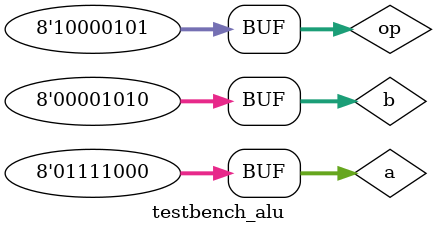
<source format=sv>
`timescale 1ns / 1ps

module testbench_alu();

    logic [7:0] a, b, op, result;
    logic overflow, sign;

    initial begin
        a = 10;
        b = 15;
        op = 131;
        #100;
        a = 15;
        b = 5;
        op = 130;
        #100;
        a = 2;
        b = 3;
        op = 132;
        #100;
        a = 30;
        b = 50;
        op = 132;
        #100;
        a = 120;
        b = 10;
        op = 133;
        #100;
    end

    alu alu_inst(
        .a(a),
        .b(b),
        .op(op),
        .result(result),
        .overflow(overflow),
        .sign(sign)
    );


endmodule

</source>
